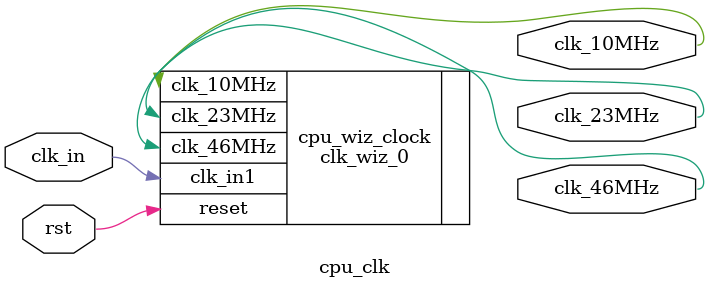
<source format=v>
`timescale 1ns / 1ps


module cpu_clk(
    input rst,
    input clk_in,
    output clk_46MHz,
    output clk_23MHz,
    output clk_10MHz
);
    clk_wiz_0 cpu_wiz_clock(
        .reset(rst),
        .clk_in1(clk_in),
        .clk_46MHz(clk_46MHz),
        .clk_23MHz(clk_23MHz),
        .clk_10MHz(clk_10MHz)
    );
endmodule

</source>
